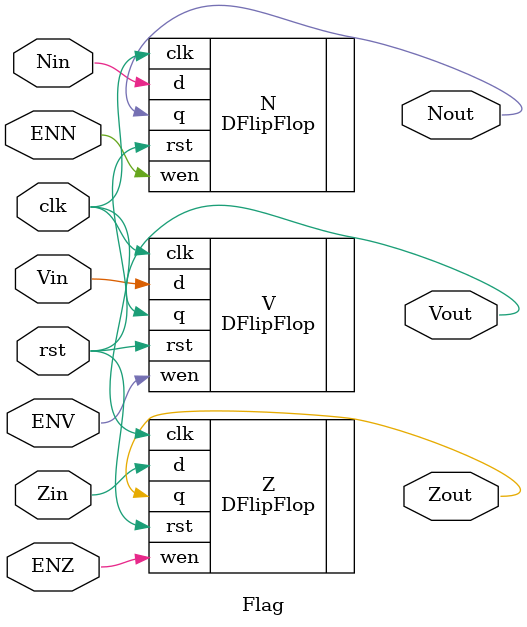
<source format=v>
module Flag(Zin, Nin, Vin, ENZ, ENN, ENV, clk, rst, Zout, Nout, Vout);

    input Zin, Nin, Vin, ENZ, ENN, ENV, clk, rst;
    output Zout, Nout, Vout;

    DFlipFlop Z(.q(Zout), .d(Zin), .wen(ENZ), .clk(clk), .rst(rst));
    DFlipFlop N(.q(Nout), .d(Nin), .wen(ENN), .clk(clk), .rst(rst));
    DFlipFlop V(.q(Vout), .d(Vin), .wen(ENV), .clk(clk), .rst(rst));

endmodule
</source>
